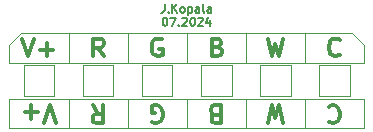
<source format=gbr>
%TF.GenerationSoftware,KiCad,Pcbnew,8.0.5*%
%TF.CreationDate,2024-11-11T23:16:50+01:00*%
%TF.ProjectId,ledConnector,6c656443-6f6e-46e6-9563-746f722e6b69,rev?*%
%TF.SameCoordinates,Original*%
%TF.FileFunction,Legend,Top*%
%TF.FilePolarity,Positive*%
%FSLAX46Y46*%
G04 Gerber Fmt 4.6, Leading zero omitted, Abs format (unit mm)*
G04 Created by KiCad (PCBNEW 8.0.5) date 2024-11-11 23:16:50*
%MOMM*%
%LPD*%
G01*
G04 APERTURE LIST*
%ADD10C,0.100000*%
%ADD11C,0.050000*%
%ADD12C,0.300000*%
%ADD13C,0.150000*%
%ADD14C,0.120000*%
G04 APERTURE END LIST*
D10*
X163500000Y-110524000D02*
X133500000Y-110524000D01*
X133500000Y-107500000D02*
X163500000Y-107500000D01*
D11*
X163500000Y-106500000D02*
X163500000Y-106500000D01*
D10*
X138500000Y-113024000D02*
X138500000Y-110524000D01*
X158500000Y-105000000D02*
X158500000Y-107500000D01*
D11*
X133500000Y-111524000D02*
X133500000Y-111524000D01*
D10*
X133500000Y-106000000D02*
X134500000Y-105000000D01*
X148500000Y-105000000D02*
X148500000Y-107500000D01*
X162500000Y-105000000D02*
X163500000Y-106000000D01*
X143500000Y-105000000D02*
X143500000Y-107500000D01*
X133500000Y-107500000D02*
X133500000Y-106000000D01*
X138500000Y-105000000D02*
X138500000Y-107500000D01*
X143500000Y-113024000D02*
X143500000Y-110524000D01*
X158500000Y-113024000D02*
X158500000Y-110524000D01*
X133500000Y-110524000D02*
X133500000Y-113024000D01*
X148500000Y-113024000D02*
X148500000Y-110524000D01*
X153500000Y-105000000D02*
X153500000Y-107500000D01*
X163500000Y-110524000D02*
X163500000Y-113024000D01*
X134500000Y-105000000D02*
X162500000Y-105000000D01*
X153500000Y-113024000D02*
X153500000Y-110524000D01*
X163500000Y-113024000D02*
X133500000Y-113024000D01*
X163500000Y-107500000D02*
X163500000Y-106000000D01*
D12*
X140535714Y-111095671D02*
X141035714Y-111809957D01*
X141392857Y-111095671D02*
X141392857Y-112595671D01*
X141392857Y-112595671D02*
X140821428Y-112595671D01*
X140821428Y-112595671D02*
X140678571Y-112524242D01*
X140678571Y-112524242D02*
X140607142Y-112452814D01*
X140607142Y-112452814D02*
X140535714Y-112309957D01*
X140535714Y-112309957D02*
X140535714Y-112095671D01*
X140535714Y-112095671D02*
X140607142Y-111952814D01*
X140607142Y-111952814D02*
X140678571Y-111881385D01*
X140678571Y-111881385D02*
X140821428Y-111809957D01*
X140821428Y-111809957D02*
X141392857Y-111809957D01*
X134571429Y-105428328D02*
X135071429Y-106928328D01*
X135071429Y-106928328D02*
X135571429Y-105428328D01*
X136071428Y-106356900D02*
X137214286Y-106356900D01*
X136642857Y-106928328D02*
X136642857Y-105785471D01*
X137428570Y-112595671D02*
X136928570Y-111095671D01*
X136928570Y-111095671D02*
X136428570Y-112595671D01*
X135928571Y-111667100D02*
X134785714Y-111667100D01*
X135357142Y-111095671D02*
X135357142Y-112238528D01*
X141464285Y-106928328D02*
X140964285Y-106214042D01*
X140607142Y-106928328D02*
X140607142Y-105428328D01*
X140607142Y-105428328D02*
X141178571Y-105428328D01*
X141178571Y-105428328D02*
X141321428Y-105499757D01*
X141321428Y-105499757D02*
X141392857Y-105571185D01*
X141392857Y-105571185D02*
X141464285Y-105714042D01*
X141464285Y-105714042D02*
X141464285Y-105928328D01*
X141464285Y-105928328D02*
X141392857Y-106071185D01*
X141392857Y-106071185D02*
X141321428Y-106142614D01*
X141321428Y-106142614D02*
X141178571Y-106214042D01*
X141178571Y-106214042D02*
X140607142Y-106214042D01*
X150892857Y-111881385D02*
X150678571Y-111809957D01*
X150678571Y-111809957D02*
X150607142Y-111738528D01*
X150607142Y-111738528D02*
X150535714Y-111595671D01*
X150535714Y-111595671D02*
X150535714Y-111381385D01*
X150535714Y-111381385D02*
X150607142Y-111238528D01*
X150607142Y-111238528D02*
X150678571Y-111167100D01*
X150678571Y-111167100D02*
X150821428Y-111095671D01*
X150821428Y-111095671D02*
X151392857Y-111095671D01*
X151392857Y-111095671D02*
X151392857Y-112595671D01*
X151392857Y-112595671D02*
X150892857Y-112595671D01*
X150892857Y-112595671D02*
X150750000Y-112524242D01*
X150750000Y-112524242D02*
X150678571Y-112452814D01*
X150678571Y-112452814D02*
X150607142Y-112309957D01*
X150607142Y-112309957D02*
X150607142Y-112167100D01*
X150607142Y-112167100D02*
X150678571Y-112024242D01*
X150678571Y-112024242D02*
X150750000Y-111952814D01*
X150750000Y-111952814D02*
X150892857Y-111881385D01*
X150892857Y-111881385D02*
X151392857Y-111881385D01*
X155357142Y-105428328D02*
X155714285Y-106928328D01*
X155714285Y-106928328D02*
X155999999Y-105856900D01*
X155999999Y-105856900D02*
X156285714Y-106928328D01*
X156285714Y-106928328D02*
X156642857Y-105428328D01*
X145607142Y-112524242D02*
X145750000Y-112595671D01*
X145750000Y-112595671D02*
X145964285Y-112595671D01*
X145964285Y-112595671D02*
X146178571Y-112524242D01*
X146178571Y-112524242D02*
X146321428Y-112381385D01*
X146321428Y-112381385D02*
X146392857Y-112238528D01*
X146392857Y-112238528D02*
X146464285Y-111952814D01*
X146464285Y-111952814D02*
X146464285Y-111738528D01*
X146464285Y-111738528D02*
X146392857Y-111452814D01*
X146392857Y-111452814D02*
X146321428Y-111309957D01*
X146321428Y-111309957D02*
X146178571Y-111167100D01*
X146178571Y-111167100D02*
X145964285Y-111095671D01*
X145964285Y-111095671D02*
X145821428Y-111095671D01*
X145821428Y-111095671D02*
X145607142Y-111167100D01*
X145607142Y-111167100D02*
X145535714Y-111238528D01*
X145535714Y-111238528D02*
X145535714Y-111738528D01*
X145535714Y-111738528D02*
X145821428Y-111738528D01*
X151107142Y-106142614D02*
X151321428Y-106214042D01*
X151321428Y-106214042D02*
X151392857Y-106285471D01*
X151392857Y-106285471D02*
X151464285Y-106428328D01*
X151464285Y-106428328D02*
X151464285Y-106642614D01*
X151464285Y-106642614D02*
X151392857Y-106785471D01*
X151392857Y-106785471D02*
X151321428Y-106856900D01*
X151321428Y-106856900D02*
X151178571Y-106928328D01*
X151178571Y-106928328D02*
X150607142Y-106928328D01*
X150607142Y-106928328D02*
X150607142Y-105428328D01*
X150607142Y-105428328D02*
X151107142Y-105428328D01*
X151107142Y-105428328D02*
X151250000Y-105499757D01*
X151250000Y-105499757D02*
X151321428Y-105571185D01*
X151321428Y-105571185D02*
X151392857Y-105714042D01*
X151392857Y-105714042D02*
X151392857Y-105856900D01*
X151392857Y-105856900D02*
X151321428Y-105999757D01*
X151321428Y-105999757D02*
X151250000Y-106071185D01*
X151250000Y-106071185D02*
X151107142Y-106142614D01*
X151107142Y-106142614D02*
X150607142Y-106142614D01*
X146392857Y-105499757D02*
X146250000Y-105428328D01*
X146250000Y-105428328D02*
X146035714Y-105428328D01*
X146035714Y-105428328D02*
X145821428Y-105499757D01*
X145821428Y-105499757D02*
X145678571Y-105642614D01*
X145678571Y-105642614D02*
X145607142Y-105785471D01*
X145607142Y-105785471D02*
X145535714Y-106071185D01*
X145535714Y-106071185D02*
X145535714Y-106285471D01*
X145535714Y-106285471D02*
X145607142Y-106571185D01*
X145607142Y-106571185D02*
X145678571Y-106714042D01*
X145678571Y-106714042D02*
X145821428Y-106856900D01*
X145821428Y-106856900D02*
X146035714Y-106928328D01*
X146035714Y-106928328D02*
X146178571Y-106928328D01*
X146178571Y-106928328D02*
X146392857Y-106856900D01*
X146392857Y-106856900D02*
X146464285Y-106785471D01*
X146464285Y-106785471D02*
X146464285Y-106285471D01*
X146464285Y-106285471D02*
X146178571Y-106285471D01*
X160535714Y-111238528D02*
X160607142Y-111167100D01*
X160607142Y-111167100D02*
X160821428Y-111095671D01*
X160821428Y-111095671D02*
X160964285Y-111095671D01*
X160964285Y-111095671D02*
X161178571Y-111167100D01*
X161178571Y-111167100D02*
X161321428Y-111309957D01*
X161321428Y-111309957D02*
X161392857Y-111452814D01*
X161392857Y-111452814D02*
X161464285Y-111738528D01*
X161464285Y-111738528D02*
X161464285Y-111952814D01*
X161464285Y-111952814D02*
X161392857Y-112238528D01*
X161392857Y-112238528D02*
X161321428Y-112381385D01*
X161321428Y-112381385D02*
X161178571Y-112524242D01*
X161178571Y-112524242D02*
X160964285Y-112595671D01*
X160964285Y-112595671D02*
X160821428Y-112595671D01*
X160821428Y-112595671D02*
X160607142Y-112524242D01*
X160607142Y-112524242D02*
X160535714Y-112452814D01*
X161464285Y-106785471D02*
X161392857Y-106856900D01*
X161392857Y-106856900D02*
X161178571Y-106928328D01*
X161178571Y-106928328D02*
X161035714Y-106928328D01*
X161035714Y-106928328D02*
X160821428Y-106856900D01*
X160821428Y-106856900D02*
X160678571Y-106714042D01*
X160678571Y-106714042D02*
X160607142Y-106571185D01*
X160607142Y-106571185D02*
X160535714Y-106285471D01*
X160535714Y-106285471D02*
X160535714Y-106071185D01*
X160535714Y-106071185D02*
X160607142Y-105785471D01*
X160607142Y-105785471D02*
X160678571Y-105642614D01*
X160678571Y-105642614D02*
X160821428Y-105499757D01*
X160821428Y-105499757D02*
X161035714Y-105428328D01*
X161035714Y-105428328D02*
X161178571Y-105428328D01*
X161178571Y-105428328D02*
X161392857Y-105499757D01*
X161392857Y-105499757D02*
X161464285Y-105571185D01*
X156642857Y-112595671D02*
X156285714Y-111095671D01*
X156285714Y-111095671D02*
X156000000Y-112167100D01*
X156000000Y-112167100D02*
X155714285Y-111095671D01*
X155714285Y-111095671D02*
X155357143Y-112595671D01*
D13*
X146633334Y-102528553D02*
X146633334Y-103028553D01*
X146633334Y-103028553D02*
X146600001Y-103128553D01*
X146600001Y-103128553D02*
X146533334Y-103195220D01*
X146533334Y-103195220D02*
X146433334Y-103228553D01*
X146433334Y-103228553D02*
X146366668Y-103228553D01*
X146966667Y-103161886D02*
X147000001Y-103195220D01*
X147000001Y-103195220D02*
X146966667Y-103228553D01*
X146966667Y-103228553D02*
X146933334Y-103195220D01*
X146933334Y-103195220D02*
X146966667Y-103161886D01*
X146966667Y-103161886D02*
X146966667Y-103228553D01*
X147300000Y-103228553D02*
X147300000Y-102528553D01*
X147700000Y-103228553D02*
X147400000Y-102828553D01*
X147700000Y-102528553D02*
X147300000Y-102928553D01*
X148100000Y-103228553D02*
X148033334Y-103195220D01*
X148033334Y-103195220D02*
X148000000Y-103161886D01*
X148000000Y-103161886D02*
X147966667Y-103095220D01*
X147966667Y-103095220D02*
X147966667Y-102895220D01*
X147966667Y-102895220D02*
X148000000Y-102828553D01*
X148000000Y-102828553D02*
X148033334Y-102795220D01*
X148033334Y-102795220D02*
X148100000Y-102761886D01*
X148100000Y-102761886D02*
X148200000Y-102761886D01*
X148200000Y-102761886D02*
X148266667Y-102795220D01*
X148266667Y-102795220D02*
X148300000Y-102828553D01*
X148300000Y-102828553D02*
X148333334Y-102895220D01*
X148333334Y-102895220D02*
X148333334Y-103095220D01*
X148333334Y-103095220D02*
X148300000Y-103161886D01*
X148300000Y-103161886D02*
X148266667Y-103195220D01*
X148266667Y-103195220D02*
X148200000Y-103228553D01*
X148200000Y-103228553D02*
X148100000Y-103228553D01*
X148633333Y-102761886D02*
X148633333Y-103461886D01*
X148633333Y-102795220D02*
X148700000Y-102761886D01*
X148700000Y-102761886D02*
X148833333Y-102761886D01*
X148833333Y-102761886D02*
X148900000Y-102795220D01*
X148900000Y-102795220D02*
X148933333Y-102828553D01*
X148933333Y-102828553D02*
X148966667Y-102895220D01*
X148966667Y-102895220D02*
X148966667Y-103095220D01*
X148966667Y-103095220D02*
X148933333Y-103161886D01*
X148933333Y-103161886D02*
X148900000Y-103195220D01*
X148900000Y-103195220D02*
X148833333Y-103228553D01*
X148833333Y-103228553D02*
X148700000Y-103228553D01*
X148700000Y-103228553D02*
X148633333Y-103195220D01*
X149566666Y-103228553D02*
X149566666Y-102861886D01*
X149566666Y-102861886D02*
X149533333Y-102795220D01*
X149533333Y-102795220D02*
X149466666Y-102761886D01*
X149466666Y-102761886D02*
X149333333Y-102761886D01*
X149333333Y-102761886D02*
X149266666Y-102795220D01*
X149566666Y-103195220D02*
X149500000Y-103228553D01*
X149500000Y-103228553D02*
X149333333Y-103228553D01*
X149333333Y-103228553D02*
X149266666Y-103195220D01*
X149266666Y-103195220D02*
X149233333Y-103128553D01*
X149233333Y-103128553D02*
X149233333Y-103061886D01*
X149233333Y-103061886D02*
X149266666Y-102995220D01*
X149266666Y-102995220D02*
X149333333Y-102961886D01*
X149333333Y-102961886D02*
X149500000Y-102961886D01*
X149500000Y-102961886D02*
X149566666Y-102928553D01*
X149999999Y-103228553D02*
X149933333Y-103195220D01*
X149933333Y-103195220D02*
X149899999Y-103128553D01*
X149899999Y-103128553D02*
X149899999Y-102528553D01*
X150566666Y-103228553D02*
X150566666Y-102861886D01*
X150566666Y-102861886D02*
X150533333Y-102795220D01*
X150533333Y-102795220D02*
X150466666Y-102761886D01*
X150466666Y-102761886D02*
X150333333Y-102761886D01*
X150333333Y-102761886D02*
X150266666Y-102795220D01*
X150566666Y-103195220D02*
X150500000Y-103228553D01*
X150500000Y-103228553D02*
X150333333Y-103228553D01*
X150333333Y-103228553D02*
X150266666Y-103195220D01*
X150266666Y-103195220D02*
X150233333Y-103128553D01*
X150233333Y-103128553D02*
X150233333Y-103061886D01*
X150233333Y-103061886D02*
X150266666Y-102995220D01*
X150266666Y-102995220D02*
X150333333Y-102961886D01*
X150333333Y-102961886D02*
X150500000Y-102961886D01*
X150500000Y-102961886D02*
X150566666Y-102928553D01*
X146633333Y-103655514D02*
X146699999Y-103655514D01*
X146699999Y-103655514D02*
X146766666Y-103688847D01*
X146766666Y-103688847D02*
X146799999Y-103722181D01*
X146799999Y-103722181D02*
X146833333Y-103788847D01*
X146833333Y-103788847D02*
X146866666Y-103922181D01*
X146866666Y-103922181D02*
X146866666Y-104088847D01*
X146866666Y-104088847D02*
X146833333Y-104222181D01*
X146833333Y-104222181D02*
X146799999Y-104288847D01*
X146799999Y-104288847D02*
X146766666Y-104322181D01*
X146766666Y-104322181D02*
X146699999Y-104355514D01*
X146699999Y-104355514D02*
X146633333Y-104355514D01*
X146633333Y-104355514D02*
X146566666Y-104322181D01*
X146566666Y-104322181D02*
X146533333Y-104288847D01*
X146533333Y-104288847D02*
X146499999Y-104222181D01*
X146499999Y-104222181D02*
X146466666Y-104088847D01*
X146466666Y-104088847D02*
X146466666Y-103922181D01*
X146466666Y-103922181D02*
X146499999Y-103788847D01*
X146499999Y-103788847D02*
X146533333Y-103722181D01*
X146533333Y-103722181D02*
X146566666Y-103688847D01*
X146566666Y-103688847D02*
X146633333Y-103655514D01*
X147100000Y-103655514D02*
X147566666Y-103655514D01*
X147566666Y-103655514D02*
X147266666Y-104355514D01*
X147833333Y-104288847D02*
X147866667Y-104322181D01*
X147866667Y-104322181D02*
X147833333Y-104355514D01*
X147833333Y-104355514D02*
X147800000Y-104322181D01*
X147800000Y-104322181D02*
X147833333Y-104288847D01*
X147833333Y-104288847D02*
X147833333Y-104355514D01*
X148133333Y-103722181D02*
X148166666Y-103688847D01*
X148166666Y-103688847D02*
X148233333Y-103655514D01*
X148233333Y-103655514D02*
X148400000Y-103655514D01*
X148400000Y-103655514D02*
X148466666Y-103688847D01*
X148466666Y-103688847D02*
X148500000Y-103722181D01*
X148500000Y-103722181D02*
X148533333Y-103788847D01*
X148533333Y-103788847D02*
X148533333Y-103855514D01*
X148533333Y-103855514D02*
X148500000Y-103955514D01*
X148500000Y-103955514D02*
X148100000Y-104355514D01*
X148100000Y-104355514D02*
X148533333Y-104355514D01*
X148966667Y-103655514D02*
X149033333Y-103655514D01*
X149033333Y-103655514D02*
X149100000Y-103688847D01*
X149100000Y-103688847D02*
X149133333Y-103722181D01*
X149133333Y-103722181D02*
X149166667Y-103788847D01*
X149166667Y-103788847D02*
X149200000Y-103922181D01*
X149200000Y-103922181D02*
X149200000Y-104088847D01*
X149200000Y-104088847D02*
X149166667Y-104222181D01*
X149166667Y-104222181D02*
X149133333Y-104288847D01*
X149133333Y-104288847D02*
X149100000Y-104322181D01*
X149100000Y-104322181D02*
X149033333Y-104355514D01*
X149033333Y-104355514D02*
X148966667Y-104355514D01*
X148966667Y-104355514D02*
X148900000Y-104322181D01*
X148900000Y-104322181D02*
X148866667Y-104288847D01*
X148866667Y-104288847D02*
X148833333Y-104222181D01*
X148833333Y-104222181D02*
X148800000Y-104088847D01*
X148800000Y-104088847D02*
X148800000Y-103922181D01*
X148800000Y-103922181D02*
X148833333Y-103788847D01*
X148833333Y-103788847D02*
X148866667Y-103722181D01*
X148866667Y-103722181D02*
X148900000Y-103688847D01*
X148900000Y-103688847D02*
X148966667Y-103655514D01*
X149466667Y-103722181D02*
X149500000Y-103688847D01*
X149500000Y-103688847D02*
X149566667Y-103655514D01*
X149566667Y-103655514D02*
X149733334Y-103655514D01*
X149733334Y-103655514D02*
X149800000Y-103688847D01*
X149800000Y-103688847D02*
X149833334Y-103722181D01*
X149833334Y-103722181D02*
X149866667Y-103788847D01*
X149866667Y-103788847D02*
X149866667Y-103855514D01*
X149866667Y-103855514D02*
X149833334Y-103955514D01*
X149833334Y-103955514D02*
X149433334Y-104355514D01*
X149433334Y-104355514D02*
X149866667Y-104355514D01*
X150466667Y-103888847D02*
X150466667Y-104355514D01*
X150300001Y-103622181D02*
X150133334Y-104122181D01*
X150133334Y-104122181D02*
X150566667Y-104122181D01*
D14*
%TO.C,J3*%
X154700000Y-107700000D02*
X157300000Y-107700000D01*
X154700000Y-110300000D02*
X154700000Y-107700000D01*
X157300000Y-110300000D02*
X154700000Y-110300000D01*
X157300000Y-110300000D02*
X157300000Y-107700000D01*
%TO.C,J2*%
X134700000Y-107700000D02*
X137300000Y-107700000D01*
X134700000Y-110300000D02*
X134700000Y-107700000D01*
X137300000Y-110300000D02*
X134700000Y-110300000D01*
X137300000Y-110300000D02*
X137300000Y-107700000D01*
%TO.C,J7*%
X149700000Y-107700000D02*
X152300000Y-107700000D01*
X149700000Y-110300000D02*
X149700000Y-107700000D01*
X152300000Y-110300000D02*
X149700000Y-110300000D01*
X152300000Y-110300000D02*
X152300000Y-107700000D01*
%TO.C,J5*%
X144700000Y-107700000D02*
X147300000Y-107700000D01*
X144700000Y-110300000D02*
X144700000Y-107700000D01*
X147300000Y-110300000D02*
X144700000Y-110300000D01*
X147300000Y-110300000D02*
X147300000Y-107700000D01*
%TO.C,J4*%
X159700000Y-107700000D02*
X162300000Y-107700000D01*
X159700000Y-110300000D02*
X159700000Y-107700000D01*
X162300000Y-110300000D02*
X159700000Y-110300000D01*
X162300000Y-110300000D02*
X162300000Y-107700000D01*
%TO.C,J6*%
X139700000Y-107700000D02*
X142300000Y-107700000D01*
X139700000Y-110300000D02*
X139700000Y-107700000D01*
X142300000Y-110300000D02*
X139700000Y-110300000D01*
X142300000Y-110300000D02*
X142300000Y-107700000D01*
%TD*%
M02*

</source>
